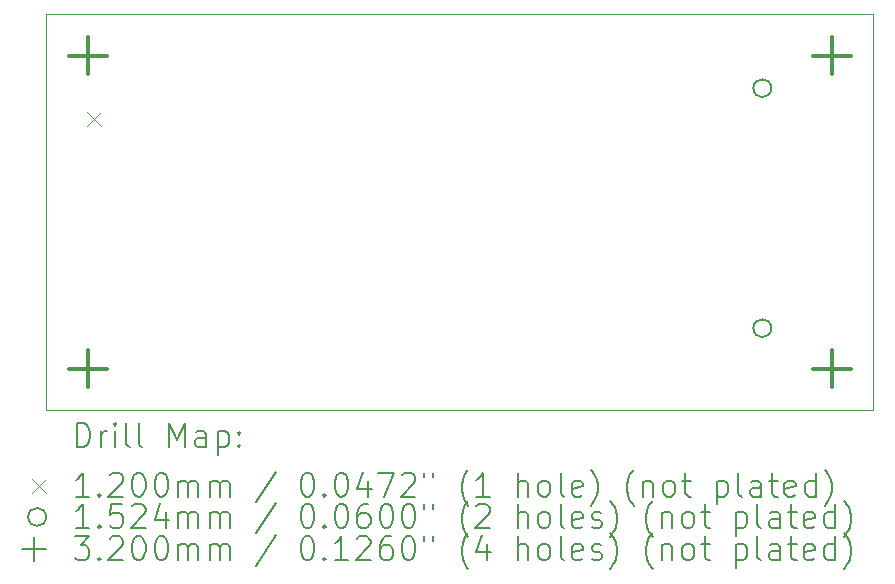
<source format=gbr>
%TF.GenerationSoftware,KiCad,Pcbnew,9.0.0-9.0.0-2~ubuntu24.04.1*%
%TF.CreationDate,2025-03-28T20:08:04+01:00*%
%TF.ProjectId,MarstekMonitor,4d617273-7465-46b4-9d6f-6e69746f722e,rev?*%
%TF.SameCoordinates,Original*%
%TF.FileFunction,Drillmap*%
%TF.FilePolarity,Positive*%
%FSLAX45Y45*%
G04 Gerber Fmt 4.5, Leading zero omitted, Abs format (unit mm)*
G04 Created by KiCad (PCBNEW 9.0.0-9.0.0-2~ubuntu24.04.1) date 2025-03-28 20:08:04*
%MOMM*%
%LPD*%
G01*
G04 APERTURE LIST*
%ADD10C,0.050000*%
%ADD11C,0.200000*%
%ADD12C,0.120000*%
%ADD13C,0.152400*%
%ADD14C,0.320000*%
G04 APERTURE END LIST*
D10*
X8700000Y-6250000D02*
X15700000Y-6250000D01*
X15700000Y-9600000D01*
X8700000Y-9600000D01*
X8700000Y-6250000D01*
D11*
D12*
X9040000Y-7080000D02*
X9160000Y-7200000D01*
X9160000Y-7080000D02*
X9040000Y-7200000D01*
D13*
X14837700Y-6877000D02*
G75*
G02*
X14685300Y-6877000I-76200J0D01*
G01*
X14685300Y-6877000D02*
G75*
G02*
X14837700Y-6877000I76200J0D01*
G01*
X14837700Y-8909000D02*
G75*
G02*
X14685300Y-8909000I-76200J0D01*
G01*
X14685300Y-8909000D02*
G75*
G02*
X14837700Y-8909000I76200J0D01*
G01*
D14*
X9050000Y-6440000D02*
X9050000Y-6760000D01*
X8890000Y-6600000D02*
X9210000Y-6600000D01*
X9050000Y-9090000D02*
X9050000Y-9410000D01*
X8890000Y-9250000D02*
X9210000Y-9250000D01*
X15350000Y-6440000D02*
X15350000Y-6760000D01*
X15190000Y-6600000D02*
X15510000Y-6600000D01*
X15350000Y-9090000D02*
X15350000Y-9410000D01*
X15190000Y-9250000D02*
X15510000Y-9250000D01*
D11*
X8958277Y-9913984D02*
X8958277Y-9713984D01*
X8958277Y-9713984D02*
X9005896Y-9713984D01*
X9005896Y-9713984D02*
X9034467Y-9723508D01*
X9034467Y-9723508D02*
X9053515Y-9742555D01*
X9053515Y-9742555D02*
X9063039Y-9761603D01*
X9063039Y-9761603D02*
X9072563Y-9799698D01*
X9072563Y-9799698D02*
X9072563Y-9828270D01*
X9072563Y-9828270D02*
X9063039Y-9866365D01*
X9063039Y-9866365D02*
X9053515Y-9885412D01*
X9053515Y-9885412D02*
X9034467Y-9904460D01*
X9034467Y-9904460D02*
X9005896Y-9913984D01*
X9005896Y-9913984D02*
X8958277Y-9913984D01*
X9158277Y-9913984D02*
X9158277Y-9780650D01*
X9158277Y-9818746D02*
X9167801Y-9799698D01*
X9167801Y-9799698D02*
X9177324Y-9790174D01*
X9177324Y-9790174D02*
X9196372Y-9780650D01*
X9196372Y-9780650D02*
X9215420Y-9780650D01*
X9282086Y-9913984D02*
X9282086Y-9780650D01*
X9282086Y-9713984D02*
X9272563Y-9723508D01*
X9272563Y-9723508D02*
X9282086Y-9733031D01*
X9282086Y-9733031D02*
X9291610Y-9723508D01*
X9291610Y-9723508D02*
X9282086Y-9713984D01*
X9282086Y-9713984D02*
X9282086Y-9733031D01*
X9405896Y-9913984D02*
X9386848Y-9904460D01*
X9386848Y-9904460D02*
X9377324Y-9885412D01*
X9377324Y-9885412D02*
X9377324Y-9713984D01*
X9510658Y-9913984D02*
X9491610Y-9904460D01*
X9491610Y-9904460D02*
X9482086Y-9885412D01*
X9482086Y-9885412D02*
X9482086Y-9713984D01*
X9739229Y-9913984D02*
X9739229Y-9713984D01*
X9739229Y-9713984D02*
X9805896Y-9856841D01*
X9805896Y-9856841D02*
X9872563Y-9713984D01*
X9872563Y-9713984D02*
X9872563Y-9913984D01*
X10053515Y-9913984D02*
X10053515Y-9809222D01*
X10053515Y-9809222D02*
X10043991Y-9790174D01*
X10043991Y-9790174D02*
X10024944Y-9780650D01*
X10024944Y-9780650D02*
X9986848Y-9780650D01*
X9986848Y-9780650D02*
X9967801Y-9790174D01*
X10053515Y-9904460D02*
X10034467Y-9913984D01*
X10034467Y-9913984D02*
X9986848Y-9913984D01*
X9986848Y-9913984D02*
X9967801Y-9904460D01*
X9967801Y-9904460D02*
X9958277Y-9885412D01*
X9958277Y-9885412D02*
X9958277Y-9866365D01*
X9958277Y-9866365D02*
X9967801Y-9847317D01*
X9967801Y-9847317D02*
X9986848Y-9837793D01*
X9986848Y-9837793D02*
X10034467Y-9837793D01*
X10034467Y-9837793D02*
X10053515Y-9828270D01*
X10148753Y-9780650D02*
X10148753Y-9980650D01*
X10148753Y-9790174D02*
X10167801Y-9780650D01*
X10167801Y-9780650D02*
X10205896Y-9780650D01*
X10205896Y-9780650D02*
X10224944Y-9790174D01*
X10224944Y-9790174D02*
X10234467Y-9799698D01*
X10234467Y-9799698D02*
X10243991Y-9818746D01*
X10243991Y-9818746D02*
X10243991Y-9875889D01*
X10243991Y-9875889D02*
X10234467Y-9894936D01*
X10234467Y-9894936D02*
X10224944Y-9904460D01*
X10224944Y-9904460D02*
X10205896Y-9913984D01*
X10205896Y-9913984D02*
X10167801Y-9913984D01*
X10167801Y-9913984D02*
X10148753Y-9904460D01*
X10329705Y-9894936D02*
X10339229Y-9904460D01*
X10339229Y-9904460D02*
X10329705Y-9913984D01*
X10329705Y-9913984D02*
X10320182Y-9904460D01*
X10320182Y-9904460D02*
X10329705Y-9894936D01*
X10329705Y-9894936D02*
X10329705Y-9913984D01*
X10329705Y-9790174D02*
X10339229Y-9799698D01*
X10339229Y-9799698D02*
X10329705Y-9809222D01*
X10329705Y-9809222D02*
X10320182Y-9799698D01*
X10320182Y-9799698D02*
X10329705Y-9790174D01*
X10329705Y-9790174D02*
X10329705Y-9809222D01*
D12*
X8577500Y-10182500D02*
X8697500Y-10302500D01*
X8697500Y-10182500D02*
X8577500Y-10302500D01*
D11*
X9063039Y-10333984D02*
X8948753Y-10333984D01*
X9005896Y-10333984D02*
X9005896Y-10133984D01*
X9005896Y-10133984D02*
X8986848Y-10162555D01*
X8986848Y-10162555D02*
X8967801Y-10181603D01*
X8967801Y-10181603D02*
X8948753Y-10191127D01*
X9148753Y-10314936D02*
X9158277Y-10324460D01*
X9158277Y-10324460D02*
X9148753Y-10333984D01*
X9148753Y-10333984D02*
X9139229Y-10324460D01*
X9139229Y-10324460D02*
X9148753Y-10314936D01*
X9148753Y-10314936D02*
X9148753Y-10333984D01*
X9234467Y-10153031D02*
X9243991Y-10143508D01*
X9243991Y-10143508D02*
X9263039Y-10133984D01*
X9263039Y-10133984D02*
X9310658Y-10133984D01*
X9310658Y-10133984D02*
X9329705Y-10143508D01*
X9329705Y-10143508D02*
X9339229Y-10153031D01*
X9339229Y-10153031D02*
X9348753Y-10172079D01*
X9348753Y-10172079D02*
X9348753Y-10191127D01*
X9348753Y-10191127D02*
X9339229Y-10219698D01*
X9339229Y-10219698D02*
X9224944Y-10333984D01*
X9224944Y-10333984D02*
X9348753Y-10333984D01*
X9472563Y-10133984D02*
X9491610Y-10133984D01*
X9491610Y-10133984D02*
X9510658Y-10143508D01*
X9510658Y-10143508D02*
X9520182Y-10153031D01*
X9520182Y-10153031D02*
X9529705Y-10172079D01*
X9529705Y-10172079D02*
X9539229Y-10210174D01*
X9539229Y-10210174D02*
X9539229Y-10257793D01*
X9539229Y-10257793D02*
X9529705Y-10295889D01*
X9529705Y-10295889D02*
X9520182Y-10314936D01*
X9520182Y-10314936D02*
X9510658Y-10324460D01*
X9510658Y-10324460D02*
X9491610Y-10333984D01*
X9491610Y-10333984D02*
X9472563Y-10333984D01*
X9472563Y-10333984D02*
X9453515Y-10324460D01*
X9453515Y-10324460D02*
X9443991Y-10314936D01*
X9443991Y-10314936D02*
X9434467Y-10295889D01*
X9434467Y-10295889D02*
X9424944Y-10257793D01*
X9424944Y-10257793D02*
X9424944Y-10210174D01*
X9424944Y-10210174D02*
X9434467Y-10172079D01*
X9434467Y-10172079D02*
X9443991Y-10153031D01*
X9443991Y-10153031D02*
X9453515Y-10143508D01*
X9453515Y-10143508D02*
X9472563Y-10133984D01*
X9663039Y-10133984D02*
X9682086Y-10133984D01*
X9682086Y-10133984D02*
X9701134Y-10143508D01*
X9701134Y-10143508D02*
X9710658Y-10153031D01*
X9710658Y-10153031D02*
X9720182Y-10172079D01*
X9720182Y-10172079D02*
X9729705Y-10210174D01*
X9729705Y-10210174D02*
X9729705Y-10257793D01*
X9729705Y-10257793D02*
X9720182Y-10295889D01*
X9720182Y-10295889D02*
X9710658Y-10314936D01*
X9710658Y-10314936D02*
X9701134Y-10324460D01*
X9701134Y-10324460D02*
X9682086Y-10333984D01*
X9682086Y-10333984D02*
X9663039Y-10333984D01*
X9663039Y-10333984D02*
X9643991Y-10324460D01*
X9643991Y-10324460D02*
X9634467Y-10314936D01*
X9634467Y-10314936D02*
X9624944Y-10295889D01*
X9624944Y-10295889D02*
X9615420Y-10257793D01*
X9615420Y-10257793D02*
X9615420Y-10210174D01*
X9615420Y-10210174D02*
X9624944Y-10172079D01*
X9624944Y-10172079D02*
X9634467Y-10153031D01*
X9634467Y-10153031D02*
X9643991Y-10143508D01*
X9643991Y-10143508D02*
X9663039Y-10133984D01*
X9815420Y-10333984D02*
X9815420Y-10200650D01*
X9815420Y-10219698D02*
X9824944Y-10210174D01*
X9824944Y-10210174D02*
X9843991Y-10200650D01*
X9843991Y-10200650D02*
X9872563Y-10200650D01*
X9872563Y-10200650D02*
X9891610Y-10210174D01*
X9891610Y-10210174D02*
X9901134Y-10229222D01*
X9901134Y-10229222D02*
X9901134Y-10333984D01*
X9901134Y-10229222D02*
X9910658Y-10210174D01*
X9910658Y-10210174D02*
X9929705Y-10200650D01*
X9929705Y-10200650D02*
X9958277Y-10200650D01*
X9958277Y-10200650D02*
X9977325Y-10210174D01*
X9977325Y-10210174D02*
X9986848Y-10229222D01*
X9986848Y-10229222D02*
X9986848Y-10333984D01*
X10082086Y-10333984D02*
X10082086Y-10200650D01*
X10082086Y-10219698D02*
X10091610Y-10210174D01*
X10091610Y-10210174D02*
X10110658Y-10200650D01*
X10110658Y-10200650D02*
X10139229Y-10200650D01*
X10139229Y-10200650D02*
X10158277Y-10210174D01*
X10158277Y-10210174D02*
X10167801Y-10229222D01*
X10167801Y-10229222D02*
X10167801Y-10333984D01*
X10167801Y-10229222D02*
X10177325Y-10210174D01*
X10177325Y-10210174D02*
X10196372Y-10200650D01*
X10196372Y-10200650D02*
X10224944Y-10200650D01*
X10224944Y-10200650D02*
X10243991Y-10210174D01*
X10243991Y-10210174D02*
X10253515Y-10229222D01*
X10253515Y-10229222D02*
X10253515Y-10333984D01*
X10643991Y-10124460D02*
X10472563Y-10381603D01*
X10901134Y-10133984D02*
X10920182Y-10133984D01*
X10920182Y-10133984D02*
X10939229Y-10143508D01*
X10939229Y-10143508D02*
X10948753Y-10153031D01*
X10948753Y-10153031D02*
X10958277Y-10172079D01*
X10958277Y-10172079D02*
X10967801Y-10210174D01*
X10967801Y-10210174D02*
X10967801Y-10257793D01*
X10967801Y-10257793D02*
X10958277Y-10295889D01*
X10958277Y-10295889D02*
X10948753Y-10314936D01*
X10948753Y-10314936D02*
X10939229Y-10324460D01*
X10939229Y-10324460D02*
X10920182Y-10333984D01*
X10920182Y-10333984D02*
X10901134Y-10333984D01*
X10901134Y-10333984D02*
X10882087Y-10324460D01*
X10882087Y-10324460D02*
X10872563Y-10314936D01*
X10872563Y-10314936D02*
X10863039Y-10295889D01*
X10863039Y-10295889D02*
X10853515Y-10257793D01*
X10853515Y-10257793D02*
X10853515Y-10210174D01*
X10853515Y-10210174D02*
X10863039Y-10172079D01*
X10863039Y-10172079D02*
X10872563Y-10153031D01*
X10872563Y-10153031D02*
X10882087Y-10143508D01*
X10882087Y-10143508D02*
X10901134Y-10133984D01*
X11053515Y-10314936D02*
X11063039Y-10324460D01*
X11063039Y-10324460D02*
X11053515Y-10333984D01*
X11053515Y-10333984D02*
X11043991Y-10324460D01*
X11043991Y-10324460D02*
X11053515Y-10314936D01*
X11053515Y-10314936D02*
X11053515Y-10333984D01*
X11186848Y-10133984D02*
X11205896Y-10133984D01*
X11205896Y-10133984D02*
X11224944Y-10143508D01*
X11224944Y-10143508D02*
X11234467Y-10153031D01*
X11234467Y-10153031D02*
X11243991Y-10172079D01*
X11243991Y-10172079D02*
X11253515Y-10210174D01*
X11253515Y-10210174D02*
X11253515Y-10257793D01*
X11253515Y-10257793D02*
X11243991Y-10295889D01*
X11243991Y-10295889D02*
X11234467Y-10314936D01*
X11234467Y-10314936D02*
X11224944Y-10324460D01*
X11224944Y-10324460D02*
X11205896Y-10333984D01*
X11205896Y-10333984D02*
X11186848Y-10333984D01*
X11186848Y-10333984D02*
X11167801Y-10324460D01*
X11167801Y-10324460D02*
X11158277Y-10314936D01*
X11158277Y-10314936D02*
X11148753Y-10295889D01*
X11148753Y-10295889D02*
X11139229Y-10257793D01*
X11139229Y-10257793D02*
X11139229Y-10210174D01*
X11139229Y-10210174D02*
X11148753Y-10172079D01*
X11148753Y-10172079D02*
X11158277Y-10153031D01*
X11158277Y-10153031D02*
X11167801Y-10143508D01*
X11167801Y-10143508D02*
X11186848Y-10133984D01*
X11424944Y-10200650D02*
X11424944Y-10333984D01*
X11377325Y-10124460D02*
X11329706Y-10267317D01*
X11329706Y-10267317D02*
X11453515Y-10267317D01*
X11510658Y-10133984D02*
X11643991Y-10133984D01*
X11643991Y-10133984D02*
X11558277Y-10333984D01*
X11710658Y-10153031D02*
X11720182Y-10143508D01*
X11720182Y-10143508D02*
X11739229Y-10133984D01*
X11739229Y-10133984D02*
X11786848Y-10133984D01*
X11786848Y-10133984D02*
X11805896Y-10143508D01*
X11805896Y-10143508D02*
X11815420Y-10153031D01*
X11815420Y-10153031D02*
X11824944Y-10172079D01*
X11824944Y-10172079D02*
X11824944Y-10191127D01*
X11824944Y-10191127D02*
X11815420Y-10219698D01*
X11815420Y-10219698D02*
X11701134Y-10333984D01*
X11701134Y-10333984D02*
X11824944Y-10333984D01*
X11901134Y-10133984D02*
X11901134Y-10172079D01*
X11977325Y-10133984D02*
X11977325Y-10172079D01*
X12272563Y-10410174D02*
X12263039Y-10400650D01*
X12263039Y-10400650D02*
X12243991Y-10372079D01*
X12243991Y-10372079D02*
X12234468Y-10353031D01*
X12234468Y-10353031D02*
X12224944Y-10324460D01*
X12224944Y-10324460D02*
X12215420Y-10276841D01*
X12215420Y-10276841D02*
X12215420Y-10238746D01*
X12215420Y-10238746D02*
X12224944Y-10191127D01*
X12224944Y-10191127D02*
X12234468Y-10162555D01*
X12234468Y-10162555D02*
X12243991Y-10143508D01*
X12243991Y-10143508D02*
X12263039Y-10114936D01*
X12263039Y-10114936D02*
X12272563Y-10105412D01*
X12453515Y-10333984D02*
X12339229Y-10333984D01*
X12396372Y-10333984D02*
X12396372Y-10133984D01*
X12396372Y-10133984D02*
X12377325Y-10162555D01*
X12377325Y-10162555D02*
X12358277Y-10181603D01*
X12358277Y-10181603D02*
X12339229Y-10191127D01*
X12691610Y-10333984D02*
X12691610Y-10133984D01*
X12777325Y-10333984D02*
X12777325Y-10229222D01*
X12777325Y-10229222D02*
X12767801Y-10210174D01*
X12767801Y-10210174D02*
X12748753Y-10200650D01*
X12748753Y-10200650D02*
X12720182Y-10200650D01*
X12720182Y-10200650D02*
X12701134Y-10210174D01*
X12701134Y-10210174D02*
X12691610Y-10219698D01*
X12901134Y-10333984D02*
X12882087Y-10324460D01*
X12882087Y-10324460D02*
X12872563Y-10314936D01*
X12872563Y-10314936D02*
X12863039Y-10295889D01*
X12863039Y-10295889D02*
X12863039Y-10238746D01*
X12863039Y-10238746D02*
X12872563Y-10219698D01*
X12872563Y-10219698D02*
X12882087Y-10210174D01*
X12882087Y-10210174D02*
X12901134Y-10200650D01*
X12901134Y-10200650D02*
X12929706Y-10200650D01*
X12929706Y-10200650D02*
X12948753Y-10210174D01*
X12948753Y-10210174D02*
X12958277Y-10219698D01*
X12958277Y-10219698D02*
X12967801Y-10238746D01*
X12967801Y-10238746D02*
X12967801Y-10295889D01*
X12967801Y-10295889D02*
X12958277Y-10314936D01*
X12958277Y-10314936D02*
X12948753Y-10324460D01*
X12948753Y-10324460D02*
X12929706Y-10333984D01*
X12929706Y-10333984D02*
X12901134Y-10333984D01*
X13082087Y-10333984D02*
X13063039Y-10324460D01*
X13063039Y-10324460D02*
X13053515Y-10305412D01*
X13053515Y-10305412D02*
X13053515Y-10133984D01*
X13234468Y-10324460D02*
X13215420Y-10333984D01*
X13215420Y-10333984D02*
X13177325Y-10333984D01*
X13177325Y-10333984D02*
X13158277Y-10324460D01*
X13158277Y-10324460D02*
X13148753Y-10305412D01*
X13148753Y-10305412D02*
X13148753Y-10229222D01*
X13148753Y-10229222D02*
X13158277Y-10210174D01*
X13158277Y-10210174D02*
X13177325Y-10200650D01*
X13177325Y-10200650D02*
X13215420Y-10200650D01*
X13215420Y-10200650D02*
X13234468Y-10210174D01*
X13234468Y-10210174D02*
X13243991Y-10229222D01*
X13243991Y-10229222D02*
X13243991Y-10248270D01*
X13243991Y-10248270D02*
X13148753Y-10267317D01*
X13310658Y-10410174D02*
X13320182Y-10400650D01*
X13320182Y-10400650D02*
X13339230Y-10372079D01*
X13339230Y-10372079D02*
X13348753Y-10353031D01*
X13348753Y-10353031D02*
X13358277Y-10324460D01*
X13358277Y-10324460D02*
X13367801Y-10276841D01*
X13367801Y-10276841D02*
X13367801Y-10238746D01*
X13367801Y-10238746D02*
X13358277Y-10191127D01*
X13358277Y-10191127D02*
X13348753Y-10162555D01*
X13348753Y-10162555D02*
X13339230Y-10143508D01*
X13339230Y-10143508D02*
X13320182Y-10114936D01*
X13320182Y-10114936D02*
X13310658Y-10105412D01*
X13672563Y-10410174D02*
X13663039Y-10400650D01*
X13663039Y-10400650D02*
X13643991Y-10372079D01*
X13643991Y-10372079D02*
X13634468Y-10353031D01*
X13634468Y-10353031D02*
X13624944Y-10324460D01*
X13624944Y-10324460D02*
X13615420Y-10276841D01*
X13615420Y-10276841D02*
X13615420Y-10238746D01*
X13615420Y-10238746D02*
X13624944Y-10191127D01*
X13624944Y-10191127D02*
X13634468Y-10162555D01*
X13634468Y-10162555D02*
X13643991Y-10143508D01*
X13643991Y-10143508D02*
X13663039Y-10114936D01*
X13663039Y-10114936D02*
X13672563Y-10105412D01*
X13748753Y-10200650D02*
X13748753Y-10333984D01*
X13748753Y-10219698D02*
X13758277Y-10210174D01*
X13758277Y-10210174D02*
X13777325Y-10200650D01*
X13777325Y-10200650D02*
X13805896Y-10200650D01*
X13805896Y-10200650D02*
X13824944Y-10210174D01*
X13824944Y-10210174D02*
X13834468Y-10229222D01*
X13834468Y-10229222D02*
X13834468Y-10333984D01*
X13958277Y-10333984D02*
X13939230Y-10324460D01*
X13939230Y-10324460D02*
X13929706Y-10314936D01*
X13929706Y-10314936D02*
X13920182Y-10295889D01*
X13920182Y-10295889D02*
X13920182Y-10238746D01*
X13920182Y-10238746D02*
X13929706Y-10219698D01*
X13929706Y-10219698D02*
X13939230Y-10210174D01*
X13939230Y-10210174D02*
X13958277Y-10200650D01*
X13958277Y-10200650D02*
X13986849Y-10200650D01*
X13986849Y-10200650D02*
X14005896Y-10210174D01*
X14005896Y-10210174D02*
X14015420Y-10219698D01*
X14015420Y-10219698D02*
X14024944Y-10238746D01*
X14024944Y-10238746D02*
X14024944Y-10295889D01*
X14024944Y-10295889D02*
X14015420Y-10314936D01*
X14015420Y-10314936D02*
X14005896Y-10324460D01*
X14005896Y-10324460D02*
X13986849Y-10333984D01*
X13986849Y-10333984D02*
X13958277Y-10333984D01*
X14082087Y-10200650D02*
X14158277Y-10200650D01*
X14110658Y-10133984D02*
X14110658Y-10305412D01*
X14110658Y-10305412D02*
X14120182Y-10324460D01*
X14120182Y-10324460D02*
X14139230Y-10333984D01*
X14139230Y-10333984D02*
X14158277Y-10333984D01*
X14377325Y-10200650D02*
X14377325Y-10400650D01*
X14377325Y-10210174D02*
X14396372Y-10200650D01*
X14396372Y-10200650D02*
X14434468Y-10200650D01*
X14434468Y-10200650D02*
X14453515Y-10210174D01*
X14453515Y-10210174D02*
X14463039Y-10219698D01*
X14463039Y-10219698D02*
X14472563Y-10238746D01*
X14472563Y-10238746D02*
X14472563Y-10295889D01*
X14472563Y-10295889D02*
X14463039Y-10314936D01*
X14463039Y-10314936D02*
X14453515Y-10324460D01*
X14453515Y-10324460D02*
X14434468Y-10333984D01*
X14434468Y-10333984D02*
X14396372Y-10333984D01*
X14396372Y-10333984D02*
X14377325Y-10324460D01*
X14586849Y-10333984D02*
X14567801Y-10324460D01*
X14567801Y-10324460D02*
X14558277Y-10305412D01*
X14558277Y-10305412D02*
X14558277Y-10133984D01*
X14748753Y-10333984D02*
X14748753Y-10229222D01*
X14748753Y-10229222D02*
X14739230Y-10210174D01*
X14739230Y-10210174D02*
X14720182Y-10200650D01*
X14720182Y-10200650D02*
X14682087Y-10200650D01*
X14682087Y-10200650D02*
X14663039Y-10210174D01*
X14748753Y-10324460D02*
X14729706Y-10333984D01*
X14729706Y-10333984D02*
X14682087Y-10333984D01*
X14682087Y-10333984D02*
X14663039Y-10324460D01*
X14663039Y-10324460D02*
X14653515Y-10305412D01*
X14653515Y-10305412D02*
X14653515Y-10286365D01*
X14653515Y-10286365D02*
X14663039Y-10267317D01*
X14663039Y-10267317D02*
X14682087Y-10257793D01*
X14682087Y-10257793D02*
X14729706Y-10257793D01*
X14729706Y-10257793D02*
X14748753Y-10248270D01*
X14815420Y-10200650D02*
X14891611Y-10200650D01*
X14843992Y-10133984D02*
X14843992Y-10305412D01*
X14843992Y-10305412D02*
X14853515Y-10324460D01*
X14853515Y-10324460D02*
X14872563Y-10333984D01*
X14872563Y-10333984D02*
X14891611Y-10333984D01*
X15034468Y-10324460D02*
X15015420Y-10333984D01*
X15015420Y-10333984D02*
X14977325Y-10333984D01*
X14977325Y-10333984D02*
X14958277Y-10324460D01*
X14958277Y-10324460D02*
X14948753Y-10305412D01*
X14948753Y-10305412D02*
X14948753Y-10229222D01*
X14948753Y-10229222D02*
X14958277Y-10210174D01*
X14958277Y-10210174D02*
X14977325Y-10200650D01*
X14977325Y-10200650D02*
X15015420Y-10200650D01*
X15015420Y-10200650D02*
X15034468Y-10210174D01*
X15034468Y-10210174D02*
X15043992Y-10229222D01*
X15043992Y-10229222D02*
X15043992Y-10248270D01*
X15043992Y-10248270D02*
X14948753Y-10267317D01*
X15215420Y-10333984D02*
X15215420Y-10133984D01*
X15215420Y-10324460D02*
X15196373Y-10333984D01*
X15196373Y-10333984D02*
X15158277Y-10333984D01*
X15158277Y-10333984D02*
X15139230Y-10324460D01*
X15139230Y-10324460D02*
X15129706Y-10314936D01*
X15129706Y-10314936D02*
X15120182Y-10295889D01*
X15120182Y-10295889D02*
X15120182Y-10238746D01*
X15120182Y-10238746D02*
X15129706Y-10219698D01*
X15129706Y-10219698D02*
X15139230Y-10210174D01*
X15139230Y-10210174D02*
X15158277Y-10200650D01*
X15158277Y-10200650D02*
X15196373Y-10200650D01*
X15196373Y-10200650D02*
X15215420Y-10210174D01*
X15291611Y-10410174D02*
X15301134Y-10400650D01*
X15301134Y-10400650D02*
X15320182Y-10372079D01*
X15320182Y-10372079D02*
X15329706Y-10353031D01*
X15329706Y-10353031D02*
X15339230Y-10324460D01*
X15339230Y-10324460D02*
X15348753Y-10276841D01*
X15348753Y-10276841D02*
X15348753Y-10238746D01*
X15348753Y-10238746D02*
X15339230Y-10191127D01*
X15339230Y-10191127D02*
X15329706Y-10162555D01*
X15329706Y-10162555D02*
X15320182Y-10143508D01*
X15320182Y-10143508D02*
X15301134Y-10114936D01*
X15301134Y-10114936D02*
X15291611Y-10105412D01*
D13*
X8697500Y-10506500D02*
G75*
G02*
X8545100Y-10506500I-76200J0D01*
G01*
X8545100Y-10506500D02*
G75*
G02*
X8697500Y-10506500I76200J0D01*
G01*
D11*
X9063039Y-10597984D02*
X8948753Y-10597984D01*
X9005896Y-10597984D02*
X9005896Y-10397984D01*
X9005896Y-10397984D02*
X8986848Y-10426555D01*
X8986848Y-10426555D02*
X8967801Y-10445603D01*
X8967801Y-10445603D02*
X8948753Y-10455127D01*
X9148753Y-10578936D02*
X9158277Y-10588460D01*
X9158277Y-10588460D02*
X9148753Y-10597984D01*
X9148753Y-10597984D02*
X9139229Y-10588460D01*
X9139229Y-10588460D02*
X9148753Y-10578936D01*
X9148753Y-10578936D02*
X9148753Y-10597984D01*
X9339229Y-10397984D02*
X9243991Y-10397984D01*
X9243991Y-10397984D02*
X9234467Y-10493222D01*
X9234467Y-10493222D02*
X9243991Y-10483698D01*
X9243991Y-10483698D02*
X9263039Y-10474174D01*
X9263039Y-10474174D02*
X9310658Y-10474174D01*
X9310658Y-10474174D02*
X9329705Y-10483698D01*
X9329705Y-10483698D02*
X9339229Y-10493222D01*
X9339229Y-10493222D02*
X9348753Y-10512270D01*
X9348753Y-10512270D02*
X9348753Y-10559889D01*
X9348753Y-10559889D02*
X9339229Y-10578936D01*
X9339229Y-10578936D02*
X9329705Y-10588460D01*
X9329705Y-10588460D02*
X9310658Y-10597984D01*
X9310658Y-10597984D02*
X9263039Y-10597984D01*
X9263039Y-10597984D02*
X9243991Y-10588460D01*
X9243991Y-10588460D02*
X9234467Y-10578936D01*
X9424944Y-10417031D02*
X9434467Y-10407508D01*
X9434467Y-10407508D02*
X9453515Y-10397984D01*
X9453515Y-10397984D02*
X9501134Y-10397984D01*
X9501134Y-10397984D02*
X9520182Y-10407508D01*
X9520182Y-10407508D02*
X9529705Y-10417031D01*
X9529705Y-10417031D02*
X9539229Y-10436079D01*
X9539229Y-10436079D02*
X9539229Y-10455127D01*
X9539229Y-10455127D02*
X9529705Y-10483698D01*
X9529705Y-10483698D02*
X9415420Y-10597984D01*
X9415420Y-10597984D02*
X9539229Y-10597984D01*
X9710658Y-10464650D02*
X9710658Y-10597984D01*
X9663039Y-10388460D02*
X9615420Y-10531317D01*
X9615420Y-10531317D02*
X9739229Y-10531317D01*
X9815420Y-10597984D02*
X9815420Y-10464650D01*
X9815420Y-10483698D02*
X9824944Y-10474174D01*
X9824944Y-10474174D02*
X9843991Y-10464650D01*
X9843991Y-10464650D02*
X9872563Y-10464650D01*
X9872563Y-10464650D02*
X9891610Y-10474174D01*
X9891610Y-10474174D02*
X9901134Y-10493222D01*
X9901134Y-10493222D02*
X9901134Y-10597984D01*
X9901134Y-10493222D02*
X9910658Y-10474174D01*
X9910658Y-10474174D02*
X9929705Y-10464650D01*
X9929705Y-10464650D02*
X9958277Y-10464650D01*
X9958277Y-10464650D02*
X9977325Y-10474174D01*
X9977325Y-10474174D02*
X9986848Y-10493222D01*
X9986848Y-10493222D02*
X9986848Y-10597984D01*
X10082086Y-10597984D02*
X10082086Y-10464650D01*
X10082086Y-10483698D02*
X10091610Y-10474174D01*
X10091610Y-10474174D02*
X10110658Y-10464650D01*
X10110658Y-10464650D02*
X10139229Y-10464650D01*
X10139229Y-10464650D02*
X10158277Y-10474174D01*
X10158277Y-10474174D02*
X10167801Y-10493222D01*
X10167801Y-10493222D02*
X10167801Y-10597984D01*
X10167801Y-10493222D02*
X10177325Y-10474174D01*
X10177325Y-10474174D02*
X10196372Y-10464650D01*
X10196372Y-10464650D02*
X10224944Y-10464650D01*
X10224944Y-10464650D02*
X10243991Y-10474174D01*
X10243991Y-10474174D02*
X10253515Y-10493222D01*
X10253515Y-10493222D02*
X10253515Y-10597984D01*
X10643991Y-10388460D02*
X10472563Y-10645603D01*
X10901134Y-10397984D02*
X10920182Y-10397984D01*
X10920182Y-10397984D02*
X10939229Y-10407508D01*
X10939229Y-10407508D02*
X10948753Y-10417031D01*
X10948753Y-10417031D02*
X10958277Y-10436079D01*
X10958277Y-10436079D02*
X10967801Y-10474174D01*
X10967801Y-10474174D02*
X10967801Y-10521793D01*
X10967801Y-10521793D02*
X10958277Y-10559889D01*
X10958277Y-10559889D02*
X10948753Y-10578936D01*
X10948753Y-10578936D02*
X10939229Y-10588460D01*
X10939229Y-10588460D02*
X10920182Y-10597984D01*
X10920182Y-10597984D02*
X10901134Y-10597984D01*
X10901134Y-10597984D02*
X10882087Y-10588460D01*
X10882087Y-10588460D02*
X10872563Y-10578936D01*
X10872563Y-10578936D02*
X10863039Y-10559889D01*
X10863039Y-10559889D02*
X10853515Y-10521793D01*
X10853515Y-10521793D02*
X10853515Y-10474174D01*
X10853515Y-10474174D02*
X10863039Y-10436079D01*
X10863039Y-10436079D02*
X10872563Y-10417031D01*
X10872563Y-10417031D02*
X10882087Y-10407508D01*
X10882087Y-10407508D02*
X10901134Y-10397984D01*
X11053515Y-10578936D02*
X11063039Y-10588460D01*
X11063039Y-10588460D02*
X11053515Y-10597984D01*
X11053515Y-10597984D02*
X11043991Y-10588460D01*
X11043991Y-10588460D02*
X11053515Y-10578936D01*
X11053515Y-10578936D02*
X11053515Y-10597984D01*
X11186848Y-10397984D02*
X11205896Y-10397984D01*
X11205896Y-10397984D02*
X11224944Y-10407508D01*
X11224944Y-10407508D02*
X11234467Y-10417031D01*
X11234467Y-10417031D02*
X11243991Y-10436079D01*
X11243991Y-10436079D02*
X11253515Y-10474174D01*
X11253515Y-10474174D02*
X11253515Y-10521793D01*
X11253515Y-10521793D02*
X11243991Y-10559889D01*
X11243991Y-10559889D02*
X11234467Y-10578936D01*
X11234467Y-10578936D02*
X11224944Y-10588460D01*
X11224944Y-10588460D02*
X11205896Y-10597984D01*
X11205896Y-10597984D02*
X11186848Y-10597984D01*
X11186848Y-10597984D02*
X11167801Y-10588460D01*
X11167801Y-10588460D02*
X11158277Y-10578936D01*
X11158277Y-10578936D02*
X11148753Y-10559889D01*
X11148753Y-10559889D02*
X11139229Y-10521793D01*
X11139229Y-10521793D02*
X11139229Y-10474174D01*
X11139229Y-10474174D02*
X11148753Y-10436079D01*
X11148753Y-10436079D02*
X11158277Y-10417031D01*
X11158277Y-10417031D02*
X11167801Y-10407508D01*
X11167801Y-10407508D02*
X11186848Y-10397984D01*
X11424944Y-10397984D02*
X11386848Y-10397984D01*
X11386848Y-10397984D02*
X11367801Y-10407508D01*
X11367801Y-10407508D02*
X11358277Y-10417031D01*
X11358277Y-10417031D02*
X11339229Y-10445603D01*
X11339229Y-10445603D02*
X11329706Y-10483698D01*
X11329706Y-10483698D02*
X11329706Y-10559889D01*
X11329706Y-10559889D02*
X11339229Y-10578936D01*
X11339229Y-10578936D02*
X11348753Y-10588460D01*
X11348753Y-10588460D02*
X11367801Y-10597984D01*
X11367801Y-10597984D02*
X11405896Y-10597984D01*
X11405896Y-10597984D02*
X11424944Y-10588460D01*
X11424944Y-10588460D02*
X11434467Y-10578936D01*
X11434467Y-10578936D02*
X11443991Y-10559889D01*
X11443991Y-10559889D02*
X11443991Y-10512270D01*
X11443991Y-10512270D02*
X11434467Y-10493222D01*
X11434467Y-10493222D02*
X11424944Y-10483698D01*
X11424944Y-10483698D02*
X11405896Y-10474174D01*
X11405896Y-10474174D02*
X11367801Y-10474174D01*
X11367801Y-10474174D02*
X11348753Y-10483698D01*
X11348753Y-10483698D02*
X11339229Y-10493222D01*
X11339229Y-10493222D02*
X11329706Y-10512270D01*
X11567801Y-10397984D02*
X11586848Y-10397984D01*
X11586848Y-10397984D02*
X11605896Y-10407508D01*
X11605896Y-10407508D02*
X11615420Y-10417031D01*
X11615420Y-10417031D02*
X11624944Y-10436079D01*
X11624944Y-10436079D02*
X11634467Y-10474174D01*
X11634467Y-10474174D02*
X11634467Y-10521793D01*
X11634467Y-10521793D02*
X11624944Y-10559889D01*
X11624944Y-10559889D02*
X11615420Y-10578936D01*
X11615420Y-10578936D02*
X11605896Y-10588460D01*
X11605896Y-10588460D02*
X11586848Y-10597984D01*
X11586848Y-10597984D02*
X11567801Y-10597984D01*
X11567801Y-10597984D02*
X11548753Y-10588460D01*
X11548753Y-10588460D02*
X11539229Y-10578936D01*
X11539229Y-10578936D02*
X11529706Y-10559889D01*
X11529706Y-10559889D02*
X11520182Y-10521793D01*
X11520182Y-10521793D02*
X11520182Y-10474174D01*
X11520182Y-10474174D02*
X11529706Y-10436079D01*
X11529706Y-10436079D02*
X11539229Y-10417031D01*
X11539229Y-10417031D02*
X11548753Y-10407508D01*
X11548753Y-10407508D02*
X11567801Y-10397984D01*
X11758277Y-10397984D02*
X11777325Y-10397984D01*
X11777325Y-10397984D02*
X11796372Y-10407508D01*
X11796372Y-10407508D02*
X11805896Y-10417031D01*
X11805896Y-10417031D02*
X11815420Y-10436079D01*
X11815420Y-10436079D02*
X11824944Y-10474174D01*
X11824944Y-10474174D02*
X11824944Y-10521793D01*
X11824944Y-10521793D02*
X11815420Y-10559889D01*
X11815420Y-10559889D02*
X11805896Y-10578936D01*
X11805896Y-10578936D02*
X11796372Y-10588460D01*
X11796372Y-10588460D02*
X11777325Y-10597984D01*
X11777325Y-10597984D02*
X11758277Y-10597984D01*
X11758277Y-10597984D02*
X11739229Y-10588460D01*
X11739229Y-10588460D02*
X11729706Y-10578936D01*
X11729706Y-10578936D02*
X11720182Y-10559889D01*
X11720182Y-10559889D02*
X11710658Y-10521793D01*
X11710658Y-10521793D02*
X11710658Y-10474174D01*
X11710658Y-10474174D02*
X11720182Y-10436079D01*
X11720182Y-10436079D02*
X11729706Y-10417031D01*
X11729706Y-10417031D02*
X11739229Y-10407508D01*
X11739229Y-10407508D02*
X11758277Y-10397984D01*
X11901134Y-10397984D02*
X11901134Y-10436079D01*
X11977325Y-10397984D02*
X11977325Y-10436079D01*
X12272563Y-10674174D02*
X12263039Y-10664650D01*
X12263039Y-10664650D02*
X12243991Y-10636079D01*
X12243991Y-10636079D02*
X12234468Y-10617031D01*
X12234468Y-10617031D02*
X12224944Y-10588460D01*
X12224944Y-10588460D02*
X12215420Y-10540841D01*
X12215420Y-10540841D02*
X12215420Y-10502746D01*
X12215420Y-10502746D02*
X12224944Y-10455127D01*
X12224944Y-10455127D02*
X12234468Y-10426555D01*
X12234468Y-10426555D02*
X12243991Y-10407508D01*
X12243991Y-10407508D02*
X12263039Y-10378936D01*
X12263039Y-10378936D02*
X12272563Y-10369412D01*
X12339229Y-10417031D02*
X12348753Y-10407508D01*
X12348753Y-10407508D02*
X12367801Y-10397984D01*
X12367801Y-10397984D02*
X12415420Y-10397984D01*
X12415420Y-10397984D02*
X12434468Y-10407508D01*
X12434468Y-10407508D02*
X12443991Y-10417031D01*
X12443991Y-10417031D02*
X12453515Y-10436079D01*
X12453515Y-10436079D02*
X12453515Y-10455127D01*
X12453515Y-10455127D02*
X12443991Y-10483698D01*
X12443991Y-10483698D02*
X12329706Y-10597984D01*
X12329706Y-10597984D02*
X12453515Y-10597984D01*
X12691610Y-10597984D02*
X12691610Y-10397984D01*
X12777325Y-10597984D02*
X12777325Y-10493222D01*
X12777325Y-10493222D02*
X12767801Y-10474174D01*
X12767801Y-10474174D02*
X12748753Y-10464650D01*
X12748753Y-10464650D02*
X12720182Y-10464650D01*
X12720182Y-10464650D02*
X12701134Y-10474174D01*
X12701134Y-10474174D02*
X12691610Y-10483698D01*
X12901134Y-10597984D02*
X12882087Y-10588460D01*
X12882087Y-10588460D02*
X12872563Y-10578936D01*
X12872563Y-10578936D02*
X12863039Y-10559889D01*
X12863039Y-10559889D02*
X12863039Y-10502746D01*
X12863039Y-10502746D02*
X12872563Y-10483698D01*
X12872563Y-10483698D02*
X12882087Y-10474174D01*
X12882087Y-10474174D02*
X12901134Y-10464650D01*
X12901134Y-10464650D02*
X12929706Y-10464650D01*
X12929706Y-10464650D02*
X12948753Y-10474174D01*
X12948753Y-10474174D02*
X12958277Y-10483698D01*
X12958277Y-10483698D02*
X12967801Y-10502746D01*
X12967801Y-10502746D02*
X12967801Y-10559889D01*
X12967801Y-10559889D02*
X12958277Y-10578936D01*
X12958277Y-10578936D02*
X12948753Y-10588460D01*
X12948753Y-10588460D02*
X12929706Y-10597984D01*
X12929706Y-10597984D02*
X12901134Y-10597984D01*
X13082087Y-10597984D02*
X13063039Y-10588460D01*
X13063039Y-10588460D02*
X13053515Y-10569412D01*
X13053515Y-10569412D02*
X13053515Y-10397984D01*
X13234468Y-10588460D02*
X13215420Y-10597984D01*
X13215420Y-10597984D02*
X13177325Y-10597984D01*
X13177325Y-10597984D02*
X13158277Y-10588460D01*
X13158277Y-10588460D02*
X13148753Y-10569412D01*
X13148753Y-10569412D02*
X13148753Y-10493222D01*
X13148753Y-10493222D02*
X13158277Y-10474174D01*
X13158277Y-10474174D02*
X13177325Y-10464650D01*
X13177325Y-10464650D02*
X13215420Y-10464650D01*
X13215420Y-10464650D02*
X13234468Y-10474174D01*
X13234468Y-10474174D02*
X13243991Y-10493222D01*
X13243991Y-10493222D02*
X13243991Y-10512270D01*
X13243991Y-10512270D02*
X13148753Y-10531317D01*
X13320182Y-10588460D02*
X13339230Y-10597984D01*
X13339230Y-10597984D02*
X13377325Y-10597984D01*
X13377325Y-10597984D02*
X13396372Y-10588460D01*
X13396372Y-10588460D02*
X13405896Y-10569412D01*
X13405896Y-10569412D02*
X13405896Y-10559889D01*
X13405896Y-10559889D02*
X13396372Y-10540841D01*
X13396372Y-10540841D02*
X13377325Y-10531317D01*
X13377325Y-10531317D02*
X13348753Y-10531317D01*
X13348753Y-10531317D02*
X13329706Y-10521793D01*
X13329706Y-10521793D02*
X13320182Y-10502746D01*
X13320182Y-10502746D02*
X13320182Y-10493222D01*
X13320182Y-10493222D02*
X13329706Y-10474174D01*
X13329706Y-10474174D02*
X13348753Y-10464650D01*
X13348753Y-10464650D02*
X13377325Y-10464650D01*
X13377325Y-10464650D02*
X13396372Y-10474174D01*
X13472563Y-10674174D02*
X13482087Y-10664650D01*
X13482087Y-10664650D02*
X13501134Y-10636079D01*
X13501134Y-10636079D02*
X13510658Y-10617031D01*
X13510658Y-10617031D02*
X13520182Y-10588460D01*
X13520182Y-10588460D02*
X13529706Y-10540841D01*
X13529706Y-10540841D02*
X13529706Y-10502746D01*
X13529706Y-10502746D02*
X13520182Y-10455127D01*
X13520182Y-10455127D02*
X13510658Y-10426555D01*
X13510658Y-10426555D02*
X13501134Y-10407508D01*
X13501134Y-10407508D02*
X13482087Y-10378936D01*
X13482087Y-10378936D02*
X13472563Y-10369412D01*
X13834468Y-10674174D02*
X13824944Y-10664650D01*
X13824944Y-10664650D02*
X13805896Y-10636079D01*
X13805896Y-10636079D02*
X13796372Y-10617031D01*
X13796372Y-10617031D02*
X13786849Y-10588460D01*
X13786849Y-10588460D02*
X13777325Y-10540841D01*
X13777325Y-10540841D02*
X13777325Y-10502746D01*
X13777325Y-10502746D02*
X13786849Y-10455127D01*
X13786849Y-10455127D02*
X13796372Y-10426555D01*
X13796372Y-10426555D02*
X13805896Y-10407508D01*
X13805896Y-10407508D02*
X13824944Y-10378936D01*
X13824944Y-10378936D02*
X13834468Y-10369412D01*
X13910658Y-10464650D02*
X13910658Y-10597984D01*
X13910658Y-10483698D02*
X13920182Y-10474174D01*
X13920182Y-10474174D02*
X13939230Y-10464650D01*
X13939230Y-10464650D02*
X13967801Y-10464650D01*
X13967801Y-10464650D02*
X13986849Y-10474174D01*
X13986849Y-10474174D02*
X13996372Y-10493222D01*
X13996372Y-10493222D02*
X13996372Y-10597984D01*
X14120182Y-10597984D02*
X14101134Y-10588460D01*
X14101134Y-10588460D02*
X14091611Y-10578936D01*
X14091611Y-10578936D02*
X14082087Y-10559889D01*
X14082087Y-10559889D02*
X14082087Y-10502746D01*
X14082087Y-10502746D02*
X14091611Y-10483698D01*
X14091611Y-10483698D02*
X14101134Y-10474174D01*
X14101134Y-10474174D02*
X14120182Y-10464650D01*
X14120182Y-10464650D02*
X14148753Y-10464650D01*
X14148753Y-10464650D02*
X14167801Y-10474174D01*
X14167801Y-10474174D02*
X14177325Y-10483698D01*
X14177325Y-10483698D02*
X14186849Y-10502746D01*
X14186849Y-10502746D02*
X14186849Y-10559889D01*
X14186849Y-10559889D02*
X14177325Y-10578936D01*
X14177325Y-10578936D02*
X14167801Y-10588460D01*
X14167801Y-10588460D02*
X14148753Y-10597984D01*
X14148753Y-10597984D02*
X14120182Y-10597984D01*
X14243992Y-10464650D02*
X14320182Y-10464650D01*
X14272563Y-10397984D02*
X14272563Y-10569412D01*
X14272563Y-10569412D02*
X14282087Y-10588460D01*
X14282087Y-10588460D02*
X14301134Y-10597984D01*
X14301134Y-10597984D02*
X14320182Y-10597984D01*
X14539230Y-10464650D02*
X14539230Y-10664650D01*
X14539230Y-10474174D02*
X14558277Y-10464650D01*
X14558277Y-10464650D02*
X14596373Y-10464650D01*
X14596373Y-10464650D02*
X14615420Y-10474174D01*
X14615420Y-10474174D02*
X14624944Y-10483698D01*
X14624944Y-10483698D02*
X14634468Y-10502746D01*
X14634468Y-10502746D02*
X14634468Y-10559889D01*
X14634468Y-10559889D02*
X14624944Y-10578936D01*
X14624944Y-10578936D02*
X14615420Y-10588460D01*
X14615420Y-10588460D02*
X14596373Y-10597984D01*
X14596373Y-10597984D02*
X14558277Y-10597984D01*
X14558277Y-10597984D02*
X14539230Y-10588460D01*
X14748753Y-10597984D02*
X14729706Y-10588460D01*
X14729706Y-10588460D02*
X14720182Y-10569412D01*
X14720182Y-10569412D02*
X14720182Y-10397984D01*
X14910658Y-10597984D02*
X14910658Y-10493222D01*
X14910658Y-10493222D02*
X14901134Y-10474174D01*
X14901134Y-10474174D02*
X14882087Y-10464650D01*
X14882087Y-10464650D02*
X14843992Y-10464650D01*
X14843992Y-10464650D02*
X14824944Y-10474174D01*
X14910658Y-10588460D02*
X14891611Y-10597984D01*
X14891611Y-10597984D02*
X14843992Y-10597984D01*
X14843992Y-10597984D02*
X14824944Y-10588460D01*
X14824944Y-10588460D02*
X14815420Y-10569412D01*
X14815420Y-10569412D02*
X14815420Y-10550365D01*
X14815420Y-10550365D02*
X14824944Y-10531317D01*
X14824944Y-10531317D02*
X14843992Y-10521793D01*
X14843992Y-10521793D02*
X14891611Y-10521793D01*
X14891611Y-10521793D02*
X14910658Y-10512270D01*
X14977325Y-10464650D02*
X15053515Y-10464650D01*
X15005896Y-10397984D02*
X15005896Y-10569412D01*
X15005896Y-10569412D02*
X15015420Y-10588460D01*
X15015420Y-10588460D02*
X15034468Y-10597984D01*
X15034468Y-10597984D02*
X15053515Y-10597984D01*
X15196373Y-10588460D02*
X15177325Y-10597984D01*
X15177325Y-10597984D02*
X15139230Y-10597984D01*
X15139230Y-10597984D02*
X15120182Y-10588460D01*
X15120182Y-10588460D02*
X15110658Y-10569412D01*
X15110658Y-10569412D02*
X15110658Y-10493222D01*
X15110658Y-10493222D02*
X15120182Y-10474174D01*
X15120182Y-10474174D02*
X15139230Y-10464650D01*
X15139230Y-10464650D02*
X15177325Y-10464650D01*
X15177325Y-10464650D02*
X15196373Y-10474174D01*
X15196373Y-10474174D02*
X15205896Y-10493222D01*
X15205896Y-10493222D02*
X15205896Y-10512270D01*
X15205896Y-10512270D02*
X15110658Y-10531317D01*
X15377325Y-10597984D02*
X15377325Y-10397984D01*
X15377325Y-10588460D02*
X15358277Y-10597984D01*
X15358277Y-10597984D02*
X15320182Y-10597984D01*
X15320182Y-10597984D02*
X15301134Y-10588460D01*
X15301134Y-10588460D02*
X15291611Y-10578936D01*
X15291611Y-10578936D02*
X15282087Y-10559889D01*
X15282087Y-10559889D02*
X15282087Y-10502746D01*
X15282087Y-10502746D02*
X15291611Y-10483698D01*
X15291611Y-10483698D02*
X15301134Y-10474174D01*
X15301134Y-10474174D02*
X15320182Y-10464650D01*
X15320182Y-10464650D02*
X15358277Y-10464650D01*
X15358277Y-10464650D02*
X15377325Y-10474174D01*
X15453515Y-10674174D02*
X15463039Y-10664650D01*
X15463039Y-10664650D02*
X15482087Y-10636079D01*
X15482087Y-10636079D02*
X15491611Y-10617031D01*
X15491611Y-10617031D02*
X15501134Y-10588460D01*
X15501134Y-10588460D02*
X15510658Y-10540841D01*
X15510658Y-10540841D02*
X15510658Y-10502746D01*
X15510658Y-10502746D02*
X15501134Y-10455127D01*
X15501134Y-10455127D02*
X15491611Y-10426555D01*
X15491611Y-10426555D02*
X15482087Y-10407508D01*
X15482087Y-10407508D02*
X15463039Y-10378936D01*
X15463039Y-10378936D02*
X15453515Y-10369412D01*
X8597500Y-10678900D02*
X8597500Y-10878900D01*
X8497500Y-10778900D02*
X8697500Y-10778900D01*
X8939229Y-10670384D02*
X9063039Y-10670384D01*
X9063039Y-10670384D02*
X8996372Y-10746574D01*
X8996372Y-10746574D02*
X9024944Y-10746574D01*
X9024944Y-10746574D02*
X9043991Y-10756098D01*
X9043991Y-10756098D02*
X9053515Y-10765622D01*
X9053515Y-10765622D02*
X9063039Y-10784670D01*
X9063039Y-10784670D02*
X9063039Y-10832289D01*
X9063039Y-10832289D02*
X9053515Y-10851336D01*
X9053515Y-10851336D02*
X9043991Y-10860860D01*
X9043991Y-10860860D02*
X9024944Y-10870384D01*
X9024944Y-10870384D02*
X8967801Y-10870384D01*
X8967801Y-10870384D02*
X8948753Y-10860860D01*
X8948753Y-10860860D02*
X8939229Y-10851336D01*
X9148753Y-10851336D02*
X9158277Y-10860860D01*
X9158277Y-10860860D02*
X9148753Y-10870384D01*
X9148753Y-10870384D02*
X9139229Y-10860860D01*
X9139229Y-10860860D02*
X9148753Y-10851336D01*
X9148753Y-10851336D02*
X9148753Y-10870384D01*
X9234467Y-10689431D02*
X9243991Y-10679908D01*
X9243991Y-10679908D02*
X9263039Y-10670384D01*
X9263039Y-10670384D02*
X9310658Y-10670384D01*
X9310658Y-10670384D02*
X9329705Y-10679908D01*
X9329705Y-10679908D02*
X9339229Y-10689431D01*
X9339229Y-10689431D02*
X9348753Y-10708479D01*
X9348753Y-10708479D02*
X9348753Y-10727527D01*
X9348753Y-10727527D02*
X9339229Y-10756098D01*
X9339229Y-10756098D02*
X9224944Y-10870384D01*
X9224944Y-10870384D02*
X9348753Y-10870384D01*
X9472563Y-10670384D02*
X9491610Y-10670384D01*
X9491610Y-10670384D02*
X9510658Y-10679908D01*
X9510658Y-10679908D02*
X9520182Y-10689431D01*
X9520182Y-10689431D02*
X9529705Y-10708479D01*
X9529705Y-10708479D02*
X9539229Y-10746574D01*
X9539229Y-10746574D02*
X9539229Y-10794193D01*
X9539229Y-10794193D02*
X9529705Y-10832289D01*
X9529705Y-10832289D02*
X9520182Y-10851336D01*
X9520182Y-10851336D02*
X9510658Y-10860860D01*
X9510658Y-10860860D02*
X9491610Y-10870384D01*
X9491610Y-10870384D02*
X9472563Y-10870384D01*
X9472563Y-10870384D02*
X9453515Y-10860860D01*
X9453515Y-10860860D02*
X9443991Y-10851336D01*
X9443991Y-10851336D02*
X9434467Y-10832289D01*
X9434467Y-10832289D02*
X9424944Y-10794193D01*
X9424944Y-10794193D02*
X9424944Y-10746574D01*
X9424944Y-10746574D02*
X9434467Y-10708479D01*
X9434467Y-10708479D02*
X9443991Y-10689431D01*
X9443991Y-10689431D02*
X9453515Y-10679908D01*
X9453515Y-10679908D02*
X9472563Y-10670384D01*
X9663039Y-10670384D02*
X9682086Y-10670384D01*
X9682086Y-10670384D02*
X9701134Y-10679908D01*
X9701134Y-10679908D02*
X9710658Y-10689431D01*
X9710658Y-10689431D02*
X9720182Y-10708479D01*
X9720182Y-10708479D02*
X9729705Y-10746574D01*
X9729705Y-10746574D02*
X9729705Y-10794193D01*
X9729705Y-10794193D02*
X9720182Y-10832289D01*
X9720182Y-10832289D02*
X9710658Y-10851336D01*
X9710658Y-10851336D02*
X9701134Y-10860860D01*
X9701134Y-10860860D02*
X9682086Y-10870384D01*
X9682086Y-10870384D02*
X9663039Y-10870384D01*
X9663039Y-10870384D02*
X9643991Y-10860860D01*
X9643991Y-10860860D02*
X9634467Y-10851336D01*
X9634467Y-10851336D02*
X9624944Y-10832289D01*
X9624944Y-10832289D02*
X9615420Y-10794193D01*
X9615420Y-10794193D02*
X9615420Y-10746574D01*
X9615420Y-10746574D02*
X9624944Y-10708479D01*
X9624944Y-10708479D02*
X9634467Y-10689431D01*
X9634467Y-10689431D02*
X9643991Y-10679908D01*
X9643991Y-10679908D02*
X9663039Y-10670384D01*
X9815420Y-10870384D02*
X9815420Y-10737050D01*
X9815420Y-10756098D02*
X9824944Y-10746574D01*
X9824944Y-10746574D02*
X9843991Y-10737050D01*
X9843991Y-10737050D02*
X9872563Y-10737050D01*
X9872563Y-10737050D02*
X9891610Y-10746574D01*
X9891610Y-10746574D02*
X9901134Y-10765622D01*
X9901134Y-10765622D02*
X9901134Y-10870384D01*
X9901134Y-10765622D02*
X9910658Y-10746574D01*
X9910658Y-10746574D02*
X9929705Y-10737050D01*
X9929705Y-10737050D02*
X9958277Y-10737050D01*
X9958277Y-10737050D02*
X9977325Y-10746574D01*
X9977325Y-10746574D02*
X9986848Y-10765622D01*
X9986848Y-10765622D02*
X9986848Y-10870384D01*
X10082086Y-10870384D02*
X10082086Y-10737050D01*
X10082086Y-10756098D02*
X10091610Y-10746574D01*
X10091610Y-10746574D02*
X10110658Y-10737050D01*
X10110658Y-10737050D02*
X10139229Y-10737050D01*
X10139229Y-10737050D02*
X10158277Y-10746574D01*
X10158277Y-10746574D02*
X10167801Y-10765622D01*
X10167801Y-10765622D02*
X10167801Y-10870384D01*
X10167801Y-10765622D02*
X10177325Y-10746574D01*
X10177325Y-10746574D02*
X10196372Y-10737050D01*
X10196372Y-10737050D02*
X10224944Y-10737050D01*
X10224944Y-10737050D02*
X10243991Y-10746574D01*
X10243991Y-10746574D02*
X10253515Y-10765622D01*
X10253515Y-10765622D02*
X10253515Y-10870384D01*
X10643991Y-10660860D02*
X10472563Y-10918003D01*
X10901134Y-10670384D02*
X10920182Y-10670384D01*
X10920182Y-10670384D02*
X10939229Y-10679908D01*
X10939229Y-10679908D02*
X10948753Y-10689431D01*
X10948753Y-10689431D02*
X10958277Y-10708479D01*
X10958277Y-10708479D02*
X10967801Y-10746574D01*
X10967801Y-10746574D02*
X10967801Y-10794193D01*
X10967801Y-10794193D02*
X10958277Y-10832289D01*
X10958277Y-10832289D02*
X10948753Y-10851336D01*
X10948753Y-10851336D02*
X10939229Y-10860860D01*
X10939229Y-10860860D02*
X10920182Y-10870384D01*
X10920182Y-10870384D02*
X10901134Y-10870384D01*
X10901134Y-10870384D02*
X10882087Y-10860860D01*
X10882087Y-10860860D02*
X10872563Y-10851336D01*
X10872563Y-10851336D02*
X10863039Y-10832289D01*
X10863039Y-10832289D02*
X10853515Y-10794193D01*
X10853515Y-10794193D02*
X10853515Y-10746574D01*
X10853515Y-10746574D02*
X10863039Y-10708479D01*
X10863039Y-10708479D02*
X10872563Y-10689431D01*
X10872563Y-10689431D02*
X10882087Y-10679908D01*
X10882087Y-10679908D02*
X10901134Y-10670384D01*
X11053515Y-10851336D02*
X11063039Y-10860860D01*
X11063039Y-10860860D02*
X11053515Y-10870384D01*
X11053515Y-10870384D02*
X11043991Y-10860860D01*
X11043991Y-10860860D02*
X11053515Y-10851336D01*
X11053515Y-10851336D02*
X11053515Y-10870384D01*
X11253515Y-10870384D02*
X11139229Y-10870384D01*
X11196372Y-10870384D02*
X11196372Y-10670384D01*
X11196372Y-10670384D02*
X11177325Y-10698955D01*
X11177325Y-10698955D02*
X11158277Y-10718003D01*
X11158277Y-10718003D02*
X11139229Y-10727527D01*
X11329706Y-10689431D02*
X11339229Y-10679908D01*
X11339229Y-10679908D02*
X11358277Y-10670384D01*
X11358277Y-10670384D02*
X11405896Y-10670384D01*
X11405896Y-10670384D02*
X11424944Y-10679908D01*
X11424944Y-10679908D02*
X11434467Y-10689431D01*
X11434467Y-10689431D02*
X11443991Y-10708479D01*
X11443991Y-10708479D02*
X11443991Y-10727527D01*
X11443991Y-10727527D02*
X11434467Y-10756098D01*
X11434467Y-10756098D02*
X11320182Y-10870384D01*
X11320182Y-10870384D02*
X11443991Y-10870384D01*
X11615420Y-10670384D02*
X11577325Y-10670384D01*
X11577325Y-10670384D02*
X11558277Y-10679908D01*
X11558277Y-10679908D02*
X11548753Y-10689431D01*
X11548753Y-10689431D02*
X11529706Y-10718003D01*
X11529706Y-10718003D02*
X11520182Y-10756098D01*
X11520182Y-10756098D02*
X11520182Y-10832289D01*
X11520182Y-10832289D02*
X11529706Y-10851336D01*
X11529706Y-10851336D02*
X11539229Y-10860860D01*
X11539229Y-10860860D02*
X11558277Y-10870384D01*
X11558277Y-10870384D02*
X11596372Y-10870384D01*
X11596372Y-10870384D02*
X11615420Y-10860860D01*
X11615420Y-10860860D02*
X11624944Y-10851336D01*
X11624944Y-10851336D02*
X11634467Y-10832289D01*
X11634467Y-10832289D02*
X11634467Y-10784670D01*
X11634467Y-10784670D02*
X11624944Y-10765622D01*
X11624944Y-10765622D02*
X11615420Y-10756098D01*
X11615420Y-10756098D02*
X11596372Y-10746574D01*
X11596372Y-10746574D02*
X11558277Y-10746574D01*
X11558277Y-10746574D02*
X11539229Y-10756098D01*
X11539229Y-10756098D02*
X11529706Y-10765622D01*
X11529706Y-10765622D02*
X11520182Y-10784670D01*
X11758277Y-10670384D02*
X11777325Y-10670384D01*
X11777325Y-10670384D02*
X11796372Y-10679908D01*
X11796372Y-10679908D02*
X11805896Y-10689431D01*
X11805896Y-10689431D02*
X11815420Y-10708479D01*
X11815420Y-10708479D02*
X11824944Y-10746574D01*
X11824944Y-10746574D02*
X11824944Y-10794193D01*
X11824944Y-10794193D02*
X11815420Y-10832289D01*
X11815420Y-10832289D02*
X11805896Y-10851336D01*
X11805896Y-10851336D02*
X11796372Y-10860860D01*
X11796372Y-10860860D02*
X11777325Y-10870384D01*
X11777325Y-10870384D02*
X11758277Y-10870384D01*
X11758277Y-10870384D02*
X11739229Y-10860860D01*
X11739229Y-10860860D02*
X11729706Y-10851336D01*
X11729706Y-10851336D02*
X11720182Y-10832289D01*
X11720182Y-10832289D02*
X11710658Y-10794193D01*
X11710658Y-10794193D02*
X11710658Y-10746574D01*
X11710658Y-10746574D02*
X11720182Y-10708479D01*
X11720182Y-10708479D02*
X11729706Y-10689431D01*
X11729706Y-10689431D02*
X11739229Y-10679908D01*
X11739229Y-10679908D02*
X11758277Y-10670384D01*
X11901134Y-10670384D02*
X11901134Y-10708479D01*
X11977325Y-10670384D02*
X11977325Y-10708479D01*
X12272563Y-10946574D02*
X12263039Y-10937050D01*
X12263039Y-10937050D02*
X12243991Y-10908479D01*
X12243991Y-10908479D02*
X12234468Y-10889431D01*
X12234468Y-10889431D02*
X12224944Y-10860860D01*
X12224944Y-10860860D02*
X12215420Y-10813241D01*
X12215420Y-10813241D02*
X12215420Y-10775146D01*
X12215420Y-10775146D02*
X12224944Y-10727527D01*
X12224944Y-10727527D02*
X12234468Y-10698955D01*
X12234468Y-10698955D02*
X12243991Y-10679908D01*
X12243991Y-10679908D02*
X12263039Y-10651336D01*
X12263039Y-10651336D02*
X12272563Y-10641812D01*
X12434468Y-10737050D02*
X12434468Y-10870384D01*
X12386848Y-10660860D02*
X12339229Y-10803717D01*
X12339229Y-10803717D02*
X12463039Y-10803717D01*
X12691610Y-10870384D02*
X12691610Y-10670384D01*
X12777325Y-10870384D02*
X12777325Y-10765622D01*
X12777325Y-10765622D02*
X12767801Y-10746574D01*
X12767801Y-10746574D02*
X12748753Y-10737050D01*
X12748753Y-10737050D02*
X12720182Y-10737050D01*
X12720182Y-10737050D02*
X12701134Y-10746574D01*
X12701134Y-10746574D02*
X12691610Y-10756098D01*
X12901134Y-10870384D02*
X12882087Y-10860860D01*
X12882087Y-10860860D02*
X12872563Y-10851336D01*
X12872563Y-10851336D02*
X12863039Y-10832289D01*
X12863039Y-10832289D02*
X12863039Y-10775146D01*
X12863039Y-10775146D02*
X12872563Y-10756098D01*
X12872563Y-10756098D02*
X12882087Y-10746574D01*
X12882087Y-10746574D02*
X12901134Y-10737050D01*
X12901134Y-10737050D02*
X12929706Y-10737050D01*
X12929706Y-10737050D02*
X12948753Y-10746574D01*
X12948753Y-10746574D02*
X12958277Y-10756098D01*
X12958277Y-10756098D02*
X12967801Y-10775146D01*
X12967801Y-10775146D02*
X12967801Y-10832289D01*
X12967801Y-10832289D02*
X12958277Y-10851336D01*
X12958277Y-10851336D02*
X12948753Y-10860860D01*
X12948753Y-10860860D02*
X12929706Y-10870384D01*
X12929706Y-10870384D02*
X12901134Y-10870384D01*
X13082087Y-10870384D02*
X13063039Y-10860860D01*
X13063039Y-10860860D02*
X13053515Y-10841812D01*
X13053515Y-10841812D02*
X13053515Y-10670384D01*
X13234468Y-10860860D02*
X13215420Y-10870384D01*
X13215420Y-10870384D02*
X13177325Y-10870384D01*
X13177325Y-10870384D02*
X13158277Y-10860860D01*
X13158277Y-10860860D02*
X13148753Y-10841812D01*
X13148753Y-10841812D02*
X13148753Y-10765622D01*
X13148753Y-10765622D02*
X13158277Y-10746574D01*
X13158277Y-10746574D02*
X13177325Y-10737050D01*
X13177325Y-10737050D02*
X13215420Y-10737050D01*
X13215420Y-10737050D02*
X13234468Y-10746574D01*
X13234468Y-10746574D02*
X13243991Y-10765622D01*
X13243991Y-10765622D02*
X13243991Y-10784670D01*
X13243991Y-10784670D02*
X13148753Y-10803717D01*
X13320182Y-10860860D02*
X13339230Y-10870384D01*
X13339230Y-10870384D02*
X13377325Y-10870384D01*
X13377325Y-10870384D02*
X13396372Y-10860860D01*
X13396372Y-10860860D02*
X13405896Y-10841812D01*
X13405896Y-10841812D02*
X13405896Y-10832289D01*
X13405896Y-10832289D02*
X13396372Y-10813241D01*
X13396372Y-10813241D02*
X13377325Y-10803717D01*
X13377325Y-10803717D02*
X13348753Y-10803717D01*
X13348753Y-10803717D02*
X13329706Y-10794193D01*
X13329706Y-10794193D02*
X13320182Y-10775146D01*
X13320182Y-10775146D02*
X13320182Y-10765622D01*
X13320182Y-10765622D02*
X13329706Y-10746574D01*
X13329706Y-10746574D02*
X13348753Y-10737050D01*
X13348753Y-10737050D02*
X13377325Y-10737050D01*
X13377325Y-10737050D02*
X13396372Y-10746574D01*
X13472563Y-10946574D02*
X13482087Y-10937050D01*
X13482087Y-10937050D02*
X13501134Y-10908479D01*
X13501134Y-10908479D02*
X13510658Y-10889431D01*
X13510658Y-10889431D02*
X13520182Y-10860860D01*
X13520182Y-10860860D02*
X13529706Y-10813241D01*
X13529706Y-10813241D02*
X13529706Y-10775146D01*
X13529706Y-10775146D02*
X13520182Y-10727527D01*
X13520182Y-10727527D02*
X13510658Y-10698955D01*
X13510658Y-10698955D02*
X13501134Y-10679908D01*
X13501134Y-10679908D02*
X13482087Y-10651336D01*
X13482087Y-10651336D02*
X13472563Y-10641812D01*
X13834468Y-10946574D02*
X13824944Y-10937050D01*
X13824944Y-10937050D02*
X13805896Y-10908479D01*
X13805896Y-10908479D02*
X13796372Y-10889431D01*
X13796372Y-10889431D02*
X13786849Y-10860860D01*
X13786849Y-10860860D02*
X13777325Y-10813241D01*
X13777325Y-10813241D02*
X13777325Y-10775146D01*
X13777325Y-10775146D02*
X13786849Y-10727527D01*
X13786849Y-10727527D02*
X13796372Y-10698955D01*
X13796372Y-10698955D02*
X13805896Y-10679908D01*
X13805896Y-10679908D02*
X13824944Y-10651336D01*
X13824944Y-10651336D02*
X13834468Y-10641812D01*
X13910658Y-10737050D02*
X13910658Y-10870384D01*
X13910658Y-10756098D02*
X13920182Y-10746574D01*
X13920182Y-10746574D02*
X13939230Y-10737050D01*
X13939230Y-10737050D02*
X13967801Y-10737050D01*
X13967801Y-10737050D02*
X13986849Y-10746574D01*
X13986849Y-10746574D02*
X13996372Y-10765622D01*
X13996372Y-10765622D02*
X13996372Y-10870384D01*
X14120182Y-10870384D02*
X14101134Y-10860860D01*
X14101134Y-10860860D02*
X14091611Y-10851336D01*
X14091611Y-10851336D02*
X14082087Y-10832289D01*
X14082087Y-10832289D02*
X14082087Y-10775146D01*
X14082087Y-10775146D02*
X14091611Y-10756098D01*
X14091611Y-10756098D02*
X14101134Y-10746574D01*
X14101134Y-10746574D02*
X14120182Y-10737050D01*
X14120182Y-10737050D02*
X14148753Y-10737050D01*
X14148753Y-10737050D02*
X14167801Y-10746574D01*
X14167801Y-10746574D02*
X14177325Y-10756098D01*
X14177325Y-10756098D02*
X14186849Y-10775146D01*
X14186849Y-10775146D02*
X14186849Y-10832289D01*
X14186849Y-10832289D02*
X14177325Y-10851336D01*
X14177325Y-10851336D02*
X14167801Y-10860860D01*
X14167801Y-10860860D02*
X14148753Y-10870384D01*
X14148753Y-10870384D02*
X14120182Y-10870384D01*
X14243992Y-10737050D02*
X14320182Y-10737050D01*
X14272563Y-10670384D02*
X14272563Y-10841812D01*
X14272563Y-10841812D02*
X14282087Y-10860860D01*
X14282087Y-10860860D02*
X14301134Y-10870384D01*
X14301134Y-10870384D02*
X14320182Y-10870384D01*
X14539230Y-10737050D02*
X14539230Y-10937050D01*
X14539230Y-10746574D02*
X14558277Y-10737050D01*
X14558277Y-10737050D02*
X14596373Y-10737050D01*
X14596373Y-10737050D02*
X14615420Y-10746574D01*
X14615420Y-10746574D02*
X14624944Y-10756098D01*
X14624944Y-10756098D02*
X14634468Y-10775146D01*
X14634468Y-10775146D02*
X14634468Y-10832289D01*
X14634468Y-10832289D02*
X14624944Y-10851336D01*
X14624944Y-10851336D02*
X14615420Y-10860860D01*
X14615420Y-10860860D02*
X14596373Y-10870384D01*
X14596373Y-10870384D02*
X14558277Y-10870384D01*
X14558277Y-10870384D02*
X14539230Y-10860860D01*
X14748753Y-10870384D02*
X14729706Y-10860860D01*
X14729706Y-10860860D02*
X14720182Y-10841812D01*
X14720182Y-10841812D02*
X14720182Y-10670384D01*
X14910658Y-10870384D02*
X14910658Y-10765622D01*
X14910658Y-10765622D02*
X14901134Y-10746574D01*
X14901134Y-10746574D02*
X14882087Y-10737050D01*
X14882087Y-10737050D02*
X14843992Y-10737050D01*
X14843992Y-10737050D02*
X14824944Y-10746574D01*
X14910658Y-10860860D02*
X14891611Y-10870384D01*
X14891611Y-10870384D02*
X14843992Y-10870384D01*
X14843992Y-10870384D02*
X14824944Y-10860860D01*
X14824944Y-10860860D02*
X14815420Y-10841812D01*
X14815420Y-10841812D02*
X14815420Y-10822765D01*
X14815420Y-10822765D02*
X14824944Y-10803717D01*
X14824944Y-10803717D02*
X14843992Y-10794193D01*
X14843992Y-10794193D02*
X14891611Y-10794193D01*
X14891611Y-10794193D02*
X14910658Y-10784670D01*
X14977325Y-10737050D02*
X15053515Y-10737050D01*
X15005896Y-10670384D02*
X15005896Y-10841812D01*
X15005896Y-10841812D02*
X15015420Y-10860860D01*
X15015420Y-10860860D02*
X15034468Y-10870384D01*
X15034468Y-10870384D02*
X15053515Y-10870384D01*
X15196373Y-10860860D02*
X15177325Y-10870384D01*
X15177325Y-10870384D02*
X15139230Y-10870384D01*
X15139230Y-10870384D02*
X15120182Y-10860860D01*
X15120182Y-10860860D02*
X15110658Y-10841812D01*
X15110658Y-10841812D02*
X15110658Y-10765622D01*
X15110658Y-10765622D02*
X15120182Y-10746574D01*
X15120182Y-10746574D02*
X15139230Y-10737050D01*
X15139230Y-10737050D02*
X15177325Y-10737050D01*
X15177325Y-10737050D02*
X15196373Y-10746574D01*
X15196373Y-10746574D02*
X15205896Y-10765622D01*
X15205896Y-10765622D02*
X15205896Y-10784670D01*
X15205896Y-10784670D02*
X15110658Y-10803717D01*
X15377325Y-10870384D02*
X15377325Y-10670384D01*
X15377325Y-10860860D02*
X15358277Y-10870384D01*
X15358277Y-10870384D02*
X15320182Y-10870384D01*
X15320182Y-10870384D02*
X15301134Y-10860860D01*
X15301134Y-10860860D02*
X15291611Y-10851336D01*
X15291611Y-10851336D02*
X15282087Y-10832289D01*
X15282087Y-10832289D02*
X15282087Y-10775146D01*
X15282087Y-10775146D02*
X15291611Y-10756098D01*
X15291611Y-10756098D02*
X15301134Y-10746574D01*
X15301134Y-10746574D02*
X15320182Y-10737050D01*
X15320182Y-10737050D02*
X15358277Y-10737050D01*
X15358277Y-10737050D02*
X15377325Y-10746574D01*
X15453515Y-10946574D02*
X15463039Y-10937050D01*
X15463039Y-10937050D02*
X15482087Y-10908479D01*
X15482087Y-10908479D02*
X15491611Y-10889431D01*
X15491611Y-10889431D02*
X15501134Y-10860860D01*
X15501134Y-10860860D02*
X15510658Y-10813241D01*
X15510658Y-10813241D02*
X15510658Y-10775146D01*
X15510658Y-10775146D02*
X15501134Y-10727527D01*
X15501134Y-10727527D02*
X15491611Y-10698955D01*
X15491611Y-10698955D02*
X15482087Y-10679908D01*
X15482087Y-10679908D02*
X15463039Y-10651336D01*
X15463039Y-10651336D02*
X15453515Y-10641812D01*
M02*

</source>
